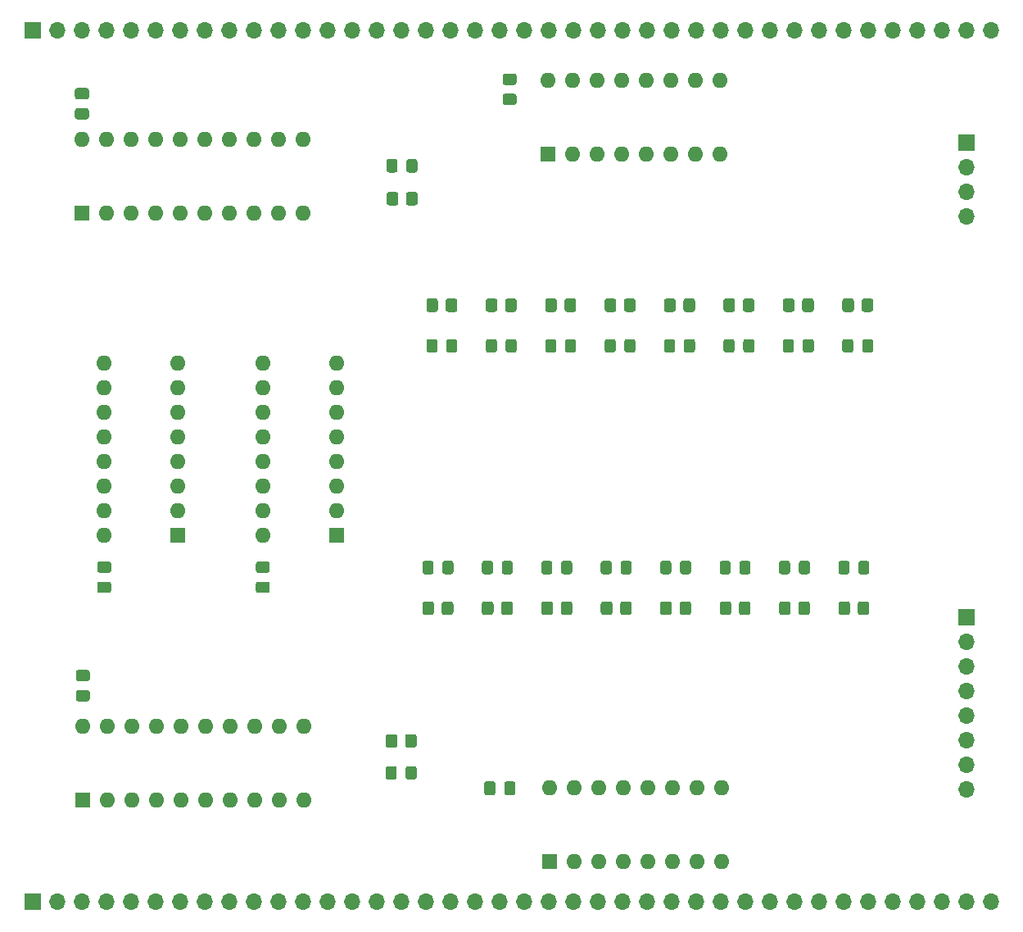
<source format=gts>
G04 #@! TF.GenerationSoftware,KiCad,Pcbnew,(5.1.9)-1*
G04 #@! TF.CreationDate,2022-07-23T11:43:12-04:00*
G04 #@! TF.ProjectId,d-register,642d7265-6769-4737-9465-722e6b696361,2.0*
G04 #@! TF.SameCoordinates,Original*
G04 #@! TF.FileFunction,Soldermask,Top*
G04 #@! TF.FilePolarity,Negative*
%FSLAX46Y46*%
G04 Gerber Fmt 4.6, Leading zero omitted, Abs format (unit mm)*
G04 Created by KiCad (PCBNEW (5.1.9)-1) date 2022-07-23 11:43:12*
%MOMM*%
%LPD*%
G01*
G04 APERTURE LIST*
%ADD10O,1.700000X1.700000*%
%ADD11R,1.700000X1.700000*%
%ADD12O,1.600000X1.600000*%
%ADD13R,1.600000X1.600000*%
G04 APERTURE END LIST*
D10*
X182900000Y-65220000D03*
X182900000Y-62680000D03*
X182900000Y-60140000D03*
D11*
X182900000Y-57600000D03*
D12*
X91500000Y-57280000D03*
X114360000Y-64900000D03*
X94040000Y-57280000D03*
X111820000Y-64900000D03*
X96580000Y-57280000D03*
X109280000Y-64900000D03*
X99120000Y-57280000D03*
X106740000Y-64900000D03*
X101660000Y-57280000D03*
X104200000Y-64900000D03*
X104200000Y-57280000D03*
X101660000Y-64900000D03*
X106740000Y-57280000D03*
X99120000Y-64900000D03*
X109280000Y-57280000D03*
X96580000Y-64900000D03*
X111820000Y-57280000D03*
X94040000Y-64900000D03*
X114360000Y-57280000D03*
D13*
X91500000Y-64900000D03*
G36*
G01*
X124900000Y-119850001D02*
X124900000Y-118949999D01*
G75*
G02*
X125149999Y-118700000I249999J0D01*
G01*
X125850001Y-118700000D01*
G75*
G02*
X126100000Y-118949999I0J-249999D01*
G01*
X126100000Y-119850001D01*
G75*
G02*
X125850001Y-120100000I-249999J0D01*
G01*
X125149999Y-120100000D01*
G75*
G02*
X124900000Y-119850001I0J249999D01*
G01*
G37*
G36*
G01*
X122900000Y-119850001D02*
X122900000Y-118949999D01*
G75*
G02*
X123149999Y-118700000I249999J0D01*
G01*
X123850001Y-118700000D01*
G75*
G02*
X124100000Y-118949999I0J-249999D01*
G01*
X124100000Y-119850001D01*
G75*
G02*
X123850001Y-120100000I-249999J0D01*
G01*
X123149999Y-120100000D01*
G75*
G02*
X122900000Y-119850001I0J249999D01*
G01*
G37*
G36*
G01*
X124950000Y-123150001D02*
X124950000Y-122249999D01*
G75*
G02*
X125199999Y-122000000I249999J0D01*
G01*
X125850001Y-122000000D01*
G75*
G02*
X126100000Y-122249999I0J-249999D01*
G01*
X126100000Y-123150001D01*
G75*
G02*
X125850001Y-123400000I-249999J0D01*
G01*
X125199999Y-123400000D01*
G75*
G02*
X124950000Y-123150001I0J249999D01*
G01*
G37*
G36*
G01*
X122900000Y-123150001D02*
X122900000Y-122249999D01*
G75*
G02*
X123149999Y-122000000I249999J0D01*
G01*
X123800001Y-122000000D01*
G75*
G02*
X124050000Y-122249999I0J-249999D01*
G01*
X124050000Y-123150001D01*
G75*
G02*
X123800001Y-123400000I-249999J0D01*
G01*
X123149999Y-123400000D01*
G75*
G02*
X122900000Y-123150001I0J249999D01*
G01*
G37*
G36*
G01*
X125000000Y-63850001D02*
X125000000Y-62949999D01*
G75*
G02*
X125249999Y-62700000I249999J0D01*
G01*
X125950001Y-62700000D01*
G75*
G02*
X126200000Y-62949999I0J-249999D01*
G01*
X126200000Y-63850001D01*
G75*
G02*
X125950001Y-64100000I-249999J0D01*
G01*
X125249999Y-64100000D01*
G75*
G02*
X125000000Y-63850001I0J249999D01*
G01*
G37*
G36*
G01*
X123000000Y-63850001D02*
X123000000Y-62949999D01*
G75*
G02*
X123249999Y-62700000I249999J0D01*
G01*
X123950001Y-62700000D01*
G75*
G02*
X124200000Y-62949999I0J-249999D01*
G01*
X124200000Y-63850001D01*
G75*
G02*
X123950001Y-64100000I-249999J0D01*
G01*
X123249999Y-64100000D01*
G75*
G02*
X123000000Y-63850001I0J249999D01*
G01*
G37*
G36*
G01*
X125025000Y-60450001D02*
X125025000Y-59549999D01*
G75*
G02*
X125274999Y-59300000I249999J0D01*
G01*
X125925001Y-59300000D01*
G75*
G02*
X126175000Y-59549999I0J-249999D01*
G01*
X126175000Y-60450001D01*
G75*
G02*
X125925001Y-60700000I-249999J0D01*
G01*
X125274999Y-60700000D01*
G75*
G02*
X125025000Y-60450001I0J249999D01*
G01*
G37*
G36*
G01*
X122975000Y-60450001D02*
X122975000Y-59549999D01*
G75*
G02*
X123224999Y-59300000I249999J0D01*
G01*
X123875001Y-59300000D01*
G75*
G02*
X124125000Y-59549999I0J-249999D01*
G01*
X124125000Y-60450001D01*
G75*
G02*
X123875001Y-60700000I-249999J0D01*
G01*
X123224999Y-60700000D01*
G75*
G02*
X122975000Y-60450001I0J249999D01*
G01*
G37*
D12*
X93780000Y-98200000D03*
X101400000Y-80420000D03*
X93780000Y-95660000D03*
X101400000Y-82960000D03*
X93780000Y-93120000D03*
X101400000Y-85500000D03*
X93780000Y-90580000D03*
X101400000Y-88040000D03*
X93780000Y-88040000D03*
X101400000Y-90580000D03*
X93780000Y-85500000D03*
X101400000Y-93120000D03*
X93780000Y-82960000D03*
X101400000Y-95660000D03*
X93780000Y-80420000D03*
D13*
X101400000Y-98200000D03*
D12*
X110180000Y-98200000D03*
X117800000Y-80420000D03*
X110180000Y-95660000D03*
X117800000Y-82960000D03*
X110180000Y-93120000D03*
X117800000Y-85500000D03*
X110180000Y-90580000D03*
X117800000Y-88040000D03*
X110180000Y-88040000D03*
X117800000Y-90580000D03*
X110180000Y-85500000D03*
X117800000Y-93120000D03*
X110180000Y-82960000D03*
X117800000Y-95660000D03*
X110180000Y-80420000D03*
D13*
X117800000Y-98200000D03*
D10*
X182900000Y-124380000D03*
X182900000Y-121840000D03*
X182900000Y-119300000D03*
X182900000Y-116760000D03*
X182900000Y-114220000D03*
X182900000Y-111680000D03*
X182900000Y-109140000D03*
D11*
X182900000Y-106600000D03*
D12*
X139800000Y-124280000D03*
X157580000Y-131900000D03*
X142340000Y-124280000D03*
X155040000Y-131900000D03*
X144880000Y-124280000D03*
X152500000Y-131900000D03*
X147420000Y-124280000D03*
X149960000Y-131900000D03*
X149960000Y-124280000D03*
X147420000Y-131900000D03*
X152500000Y-124280000D03*
X144880000Y-131900000D03*
X155040000Y-124280000D03*
X142340000Y-131900000D03*
X157580000Y-124280000D03*
D13*
X139800000Y-131900000D03*
D12*
X139700000Y-51180000D03*
X157480000Y-58800000D03*
X142240000Y-51180000D03*
X154940000Y-58800000D03*
X144780000Y-51180000D03*
X152400000Y-58800000D03*
X147320000Y-51180000D03*
X149860000Y-58800000D03*
X149860000Y-51180000D03*
X147320000Y-58800000D03*
X152400000Y-51180000D03*
X144780000Y-58800000D03*
X154940000Y-51180000D03*
X142240000Y-58800000D03*
X157480000Y-51180000D03*
D13*
X139700000Y-58800000D03*
G36*
G01*
X94275000Y-102050000D02*
X93325000Y-102050000D01*
G75*
G02*
X93075000Y-101800000I0J250000D01*
G01*
X93075000Y-101125000D01*
G75*
G02*
X93325000Y-100875000I250000J0D01*
G01*
X94275000Y-100875000D01*
G75*
G02*
X94525000Y-101125000I0J-250000D01*
G01*
X94525000Y-101800000D01*
G75*
G02*
X94275000Y-102050000I-250000J0D01*
G01*
G37*
G36*
G01*
X94275000Y-104125000D02*
X93325000Y-104125000D01*
G75*
G02*
X93075000Y-103875000I0J250000D01*
G01*
X93075000Y-103200000D01*
G75*
G02*
X93325000Y-102950000I250000J0D01*
G01*
X94275000Y-102950000D01*
G75*
G02*
X94525000Y-103200000I0J-250000D01*
G01*
X94525000Y-103875000D01*
G75*
G02*
X94275000Y-104125000I-250000J0D01*
G01*
G37*
G36*
G01*
X110675000Y-102050000D02*
X109725000Y-102050000D01*
G75*
G02*
X109475000Y-101800000I0J250000D01*
G01*
X109475000Y-101125000D01*
G75*
G02*
X109725000Y-100875000I250000J0D01*
G01*
X110675000Y-100875000D01*
G75*
G02*
X110925000Y-101125000I0J-250000D01*
G01*
X110925000Y-101800000D01*
G75*
G02*
X110675000Y-102050000I-250000J0D01*
G01*
G37*
G36*
G01*
X110675000Y-104125000D02*
X109725000Y-104125000D01*
G75*
G02*
X109475000Y-103875000I0J250000D01*
G01*
X109475000Y-103200000D01*
G75*
G02*
X109725000Y-102950000I250000J0D01*
G01*
X110675000Y-102950000D01*
G75*
G02*
X110925000Y-103200000I0J-250000D01*
G01*
X110925000Y-103875000D01*
G75*
G02*
X110675000Y-104125000I-250000J0D01*
G01*
G37*
G36*
G01*
X91025000Y-54050000D02*
X91975000Y-54050000D01*
G75*
G02*
X92225000Y-54300000I0J-250000D01*
G01*
X92225000Y-54975000D01*
G75*
G02*
X91975000Y-55225000I-250000J0D01*
G01*
X91025000Y-55225000D01*
G75*
G02*
X90775000Y-54975000I0J250000D01*
G01*
X90775000Y-54300000D01*
G75*
G02*
X91025000Y-54050000I250000J0D01*
G01*
G37*
G36*
G01*
X91025000Y-51975000D02*
X91975000Y-51975000D01*
G75*
G02*
X92225000Y-52225000I0J-250000D01*
G01*
X92225000Y-52900000D01*
G75*
G02*
X91975000Y-53150000I-250000J0D01*
G01*
X91025000Y-53150000D01*
G75*
G02*
X90775000Y-52900000I0J250000D01*
G01*
X90775000Y-52225000D01*
G75*
G02*
X91025000Y-51975000I250000J0D01*
G01*
G37*
G36*
G01*
X91125000Y-114150000D02*
X92075000Y-114150000D01*
G75*
G02*
X92325000Y-114400000I0J-250000D01*
G01*
X92325000Y-115075000D01*
G75*
G02*
X92075000Y-115325000I-250000J0D01*
G01*
X91125000Y-115325000D01*
G75*
G02*
X90875000Y-115075000I0J250000D01*
G01*
X90875000Y-114400000D01*
G75*
G02*
X91125000Y-114150000I250000J0D01*
G01*
G37*
G36*
G01*
X91125000Y-112075000D02*
X92075000Y-112075000D01*
G75*
G02*
X92325000Y-112325000I0J-250000D01*
G01*
X92325000Y-113000000D01*
G75*
G02*
X92075000Y-113250000I-250000J0D01*
G01*
X91125000Y-113250000D01*
G75*
G02*
X90875000Y-113000000I0J250000D01*
G01*
X90875000Y-112325000D01*
G75*
G02*
X91125000Y-112075000I250000J0D01*
G01*
G37*
G36*
G01*
X136175000Y-51650000D02*
X135225000Y-51650000D01*
G75*
G02*
X134975000Y-51400000I0J250000D01*
G01*
X134975000Y-50725000D01*
G75*
G02*
X135225000Y-50475000I250000J0D01*
G01*
X136175000Y-50475000D01*
G75*
G02*
X136425000Y-50725000I0J-250000D01*
G01*
X136425000Y-51400000D01*
G75*
G02*
X136175000Y-51650000I-250000J0D01*
G01*
G37*
G36*
G01*
X136175000Y-53725000D02*
X135225000Y-53725000D01*
G75*
G02*
X134975000Y-53475000I0J250000D01*
G01*
X134975000Y-52800000D01*
G75*
G02*
X135225000Y-52550000I250000J0D01*
G01*
X136175000Y-52550000D01*
G75*
G02*
X136425000Y-52800000I0J-250000D01*
G01*
X136425000Y-53475000D01*
G75*
G02*
X136175000Y-53725000I-250000J0D01*
G01*
G37*
G36*
G01*
X135150000Y-124775000D02*
X135150000Y-123825000D01*
G75*
G02*
X135400000Y-123575000I250000J0D01*
G01*
X136075000Y-123575000D01*
G75*
G02*
X136325000Y-123825000I0J-250000D01*
G01*
X136325000Y-124775000D01*
G75*
G02*
X136075000Y-125025000I-250000J0D01*
G01*
X135400000Y-125025000D01*
G75*
G02*
X135150000Y-124775000I0J250000D01*
G01*
G37*
G36*
G01*
X133075000Y-124775000D02*
X133075000Y-123825000D01*
G75*
G02*
X133325000Y-123575000I250000J0D01*
G01*
X134000000Y-123575000D01*
G75*
G02*
X134250000Y-123825000I0J-250000D01*
G01*
X134250000Y-124775000D01*
G75*
G02*
X134000000Y-125025000I-250000J0D01*
G01*
X133325000Y-125025000D01*
G75*
G02*
X133075000Y-124775000I0J250000D01*
G01*
G37*
D12*
X91600000Y-117880000D03*
X114460000Y-125500000D03*
X94140000Y-117880000D03*
X111920000Y-125500000D03*
X96680000Y-117880000D03*
X109380000Y-125500000D03*
X99220000Y-117880000D03*
X106840000Y-125500000D03*
X101760000Y-117880000D03*
X104300000Y-125500000D03*
X104300000Y-117880000D03*
X101760000Y-125500000D03*
X106840000Y-117880000D03*
X99220000Y-125500000D03*
X109380000Y-117880000D03*
X96680000Y-125500000D03*
X111920000Y-117880000D03*
X94140000Y-125500000D03*
X114460000Y-117880000D03*
D13*
X91600000Y-125500000D03*
G36*
G01*
X129100000Y-74850001D02*
X129100000Y-73949999D01*
G75*
G02*
X129349999Y-73700000I249999J0D01*
G01*
X130050001Y-73700000D01*
G75*
G02*
X130300000Y-73949999I0J-249999D01*
G01*
X130300000Y-74850001D01*
G75*
G02*
X130050001Y-75100000I-249999J0D01*
G01*
X129349999Y-75100000D01*
G75*
G02*
X129100000Y-74850001I0J249999D01*
G01*
G37*
G36*
G01*
X127100000Y-74850001D02*
X127100000Y-73949999D01*
G75*
G02*
X127349999Y-73700000I249999J0D01*
G01*
X128050001Y-73700000D01*
G75*
G02*
X128300000Y-73949999I0J-249999D01*
G01*
X128300000Y-74850001D01*
G75*
G02*
X128050001Y-75100000I-249999J0D01*
G01*
X127349999Y-75100000D01*
G75*
G02*
X127100000Y-74850001I0J249999D01*
G01*
G37*
G36*
G01*
X135242857Y-74850001D02*
X135242857Y-73949999D01*
G75*
G02*
X135492856Y-73700000I249999J0D01*
G01*
X136192858Y-73700000D01*
G75*
G02*
X136442857Y-73949999I0J-249999D01*
G01*
X136442857Y-74850001D01*
G75*
G02*
X136192858Y-75100000I-249999J0D01*
G01*
X135492856Y-75100000D01*
G75*
G02*
X135242857Y-74850001I0J249999D01*
G01*
G37*
G36*
G01*
X133242857Y-74850001D02*
X133242857Y-73949999D01*
G75*
G02*
X133492856Y-73700000I249999J0D01*
G01*
X134192858Y-73700000D01*
G75*
G02*
X134442857Y-73949999I0J-249999D01*
G01*
X134442857Y-74850001D01*
G75*
G02*
X134192858Y-75100000I-249999J0D01*
G01*
X133492856Y-75100000D01*
G75*
G02*
X133242857Y-74850001I0J249999D01*
G01*
G37*
G36*
G01*
X141385714Y-74850001D02*
X141385714Y-73949999D01*
G75*
G02*
X141635713Y-73700000I249999J0D01*
G01*
X142335715Y-73700000D01*
G75*
G02*
X142585714Y-73949999I0J-249999D01*
G01*
X142585714Y-74850001D01*
G75*
G02*
X142335715Y-75100000I-249999J0D01*
G01*
X141635713Y-75100000D01*
G75*
G02*
X141385714Y-74850001I0J249999D01*
G01*
G37*
G36*
G01*
X139385714Y-74850001D02*
X139385714Y-73949999D01*
G75*
G02*
X139635713Y-73700000I249999J0D01*
G01*
X140335715Y-73700000D01*
G75*
G02*
X140585714Y-73949999I0J-249999D01*
G01*
X140585714Y-74850001D01*
G75*
G02*
X140335715Y-75100000I-249999J0D01*
G01*
X139635713Y-75100000D01*
G75*
G02*
X139385714Y-74850001I0J249999D01*
G01*
G37*
G36*
G01*
X147528571Y-74850001D02*
X147528571Y-73949999D01*
G75*
G02*
X147778570Y-73700000I249999J0D01*
G01*
X148478572Y-73700000D01*
G75*
G02*
X148728571Y-73949999I0J-249999D01*
G01*
X148728571Y-74850001D01*
G75*
G02*
X148478572Y-75100000I-249999J0D01*
G01*
X147778570Y-75100000D01*
G75*
G02*
X147528571Y-74850001I0J249999D01*
G01*
G37*
G36*
G01*
X145528571Y-74850001D02*
X145528571Y-73949999D01*
G75*
G02*
X145778570Y-73700000I249999J0D01*
G01*
X146478572Y-73700000D01*
G75*
G02*
X146728571Y-73949999I0J-249999D01*
G01*
X146728571Y-74850001D01*
G75*
G02*
X146478572Y-75100000I-249999J0D01*
G01*
X145778570Y-75100000D01*
G75*
G02*
X145528571Y-74850001I0J249999D01*
G01*
G37*
G36*
G01*
X153671428Y-74850001D02*
X153671428Y-73949999D01*
G75*
G02*
X153921427Y-73700000I249999J0D01*
G01*
X154621429Y-73700000D01*
G75*
G02*
X154871428Y-73949999I0J-249999D01*
G01*
X154871428Y-74850001D01*
G75*
G02*
X154621429Y-75100000I-249999J0D01*
G01*
X153921427Y-75100000D01*
G75*
G02*
X153671428Y-74850001I0J249999D01*
G01*
G37*
G36*
G01*
X151671428Y-74850001D02*
X151671428Y-73949999D01*
G75*
G02*
X151921427Y-73700000I249999J0D01*
G01*
X152621429Y-73700000D01*
G75*
G02*
X152871428Y-73949999I0J-249999D01*
G01*
X152871428Y-74850001D01*
G75*
G02*
X152621429Y-75100000I-249999J0D01*
G01*
X151921427Y-75100000D01*
G75*
G02*
X151671428Y-74850001I0J249999D01*
G01*
G37*
G36*
G01*
X159814285Y-74850001D02*
X159814285Y-73949999D01*
G75*
G02*
X160064284Y-73700000I249999J0D01*
G01*
X160764286Y-73700000D01*
G75*
G02*
X161014285Y-73949999I0J-249999D01*
G01*
X161014285Y-74850001D01*
G75*
G02*
X160764286Y-75100000I-249999J0D01*
G01*
X160064284Y-75100000D01*
G75*
G02*
X159814285Y-74850001I0J249999D01*
G01*
G37*
G36*
G01*
X157814285Y-74850001D02*
X157814285Y-73949999D01*
G75*
G02*
X158064284Y-73700000I249999J0D01*
G01*
X158764286Y-73700000D01*
G75*
G02*
X159014285Y-73949999I0J-249999D01*
G01*
X159014285Y-74850001D01*
G75*
G02*
X158764286Y-75100000I-249999J0D01*
G01*
X158064284Y-75100000D01*
G75*
G02*
X157814285Y-74850001I0J249999D01*
G01*
G37*
G36*
G01*
X165957142Y-74850001D02*
X165957142Y-73949999D01*
G75*
G02*
X166207141Y-73700000I249999J0D01*
G01*
X166907143Y-73700000D01*
G75*
G02*
X167157142Y-73949999I0J-249999D01*
G01*
X167157142Y-74850001D01*
G75*
G02*
X166907143Y-75100000I-249999J0D01*
G01*
X166207141Y-75100000D01*
G75*
G02*
X165957142Y-74850001I0J249999D01*
G01*
G37*
G36*
G01*
X163957142Y-74850001D02*
X163957142Y-73949999D01*
G75*
G02*
X164207141Y-73700000I249999J0D01*
G01*
X164907143Y-73700000D01*
G75*
G02*
X165157142Y-73949999I0J-249999D01*
G01*
X165157142Y-74850001D01*
G75*
G02*
X164907143Y-75100000I-249999J0D01*
G01*
X164207141Y-75100000D01*
G75*
G02*
X163957142Y-74850001I0J249999D01*
G01*
G37*
G36*
G01*
X172100000Y-74850001D02*
X172100000Y-73949999D01*
G75*
G02*
X172349999Y-73700000I249999J0D01*
G01*
X173050001Y-73700000D01*
G75*
G02*
X173300000Y-73949999I0J-249999D01*
G01*
X173300000Y-74850001D01*
G75*
G02*
X173050001Y-75100000I-249999J0D01*
G01*
X172349999Y-75100000D01*
G75*
G02*
X172100000Y-74850001I0J249999D01*
G01*
G37*
G36*
G01*
X170100000Y-74850001D02*
X170100000Y-73949999D01*
G75*
G02*
X170349999Y-73700000I249999J0D01*
G01*
X171050001Y-73700000D01*
G75*
G02*
X171300000Y-73949999I0J-249999D01*
G01*
X171300000Y-74850001D01*
G75*
G02*
X171050001Y-75100000I-249999J0D01*
G01*
X170349999Y-75100000D01*
G75*
G02*
X170100000Y-74850001I0J249999D01*
G01*
G37*
G36*
G01*
X128700000Y-106150001D02*
X128700000Y-105249999D01*
G75*
G02*
X128949999Y-105000000I249999J0D01*
G01*
X129650001Y-105000000D01*
G75*
G02*
X129900000Y-105249999I0J-249999D01*
G01*
X129900000Y-106150001D01*
G75*
G02*
X129650001Y-106400000I-249999J0D01*
G01*
X128949999Y-106400000D01*
G75*
G02*
X128700000Y-106150001I0J249999D01*
G01*
G37*
G36*
G01*
X126700000Y-106150001D02*
X126700000Y-105249999D01*
G75*
G02*
X126949999Y-105000000I249999J0D01*
G01*
X127650001Y-105000000D01*
G75*
G02*
X127900000Y-105249999I0J-249999D01*
G01*
X127900000Y-106150001D01*
G75*
G02*
X127650001Y-106400000I-249999J0D01*
G01*
X126949999Y-106400000D01*
G75*
G02*
X126700000Y-106150001I0J249999D01*
G01*
G37*
G36*
G01*
X134842857Y-106150001D02*
X134842857Y-105249999D01*
G75*
G02*
X135092856Y-105000000I249999J0D01*
G01*
X135792858Y-105000000D01*
G75*
G02*
X136042857Y-105249999I0J-249999D01*
G01*
X136042857Y-106150001D01*
G75*
G02*
X135792858Y-106400000I-249999J0D01*
G01*
X135092856Y-106400000D01*
G75*
G02*
X134842857Y-106150001I0J249999D01*
G01*
G37*
G36*
G01*
X132842857Y-106150001D02*
X132842857Y-105249999D01*
G75*
G02*
X133092856Y-105000000I249999J0D01*
G01*
X133792858Y-105000000D01*
G75*
G02*
X134042857Y-105249999I0J-249999D01*
G01*
X134042857Y-106150001D01*
G75*
G02*
X133792858Y-106400000I-249999J0D01*
G01*
X133092856Y-106400000D01*
G75*
G02*
X132842857Y-106150001I0J249999D01*
G01*
G37*
G36*
G01*
X140985714Y-106150001D02*
X140985714Y-105249999D01*
G75*
G02*
X141235713Y-105000000I249999J0D01*
G01*
X141935715Y-105000000D01*
G75*
G02*
X142185714Y-105249999I0J-249999D01*
G01*
X142185714Y-106150001D01*
G75*
G02*
X141935715Y-106400000I-249999J0D01*
G01*
X141235713Y-106400000D01*
G75*
G02*
X140985714Y-106150001I0J249999D01*
G01*
G37*
G36*
G01*
X138985714Y-106150001D02*
X138985714Y-105249999D01*
G75*
G02*
X139235713Y-105000000I249999J0D01*
G01*
X139935715Y-105000000D01*
G75*
G02*
X140185714Y-105249999I0J-249999D01*
G01*
X140185714Y-106150001D01*
G75*
G02*
X139935715Y-106400000I-249999J0D01*
G01*
X139235713Y-106400000D01*
G75*
G02*
X138985714Y-106150001I0J249999D01*
G01*
G37*
G36*
G01*
X147128571Y-106150001D02*
X147128571Y-105249999D01*
G75*
G02*
X147378570Y-105000000I249999J0D01*
G01*
X148078572Y-105000000D01*
G75*
G02*
X148328571Y-105249999I0J-249999D01*
G01*
X148328571Y-106150001D01*
G75*
G02*
X148078572Y-106400000I-249999J0D01*
G01*
X147378570Y-106400000D01*
G75*
G02*
X147128571Y-106150001I0J249999D01*
G01*
G37*
G36*
G01*
X145128571Y-106150001D02*
X145128571Y-105249999D01*
G75*
G02*
X145378570Y-105000000I249999J0D01*
G01*
X146078572Y-105000000D01*
G75*
G02*
X146328571Y-105249999I0J-249999D01*
G01*
X146328571Y-106150001D01*
G75*
G02*
X146078572Y-106400000I-249999J0D01*
G01*
X145378570Y-106400000D01*
G75*
G02*
X145128571Y-106150001I0J249999D01*
G01*
G37*
G36*
G01*
X153271428Y-106150001D02*
X153271428Y-105249999D01*
G75*
G02*
X153521427Y-105000000I249999J0D01*
G01*
X154221429Y-105000000D01*
G75*
G02*
X154471428Y-105249999I0J-249999D01*
G01*
X154471428Y-106150001D01*
G75*
G02*
X154221429Y-106400000I-249999J0D01*
G01*
X153521427Y-106400000D01*
G75*
G02*
X153271428Y-106150001I0J249999D01*
G01*
G37*
G36*
G01*
X151271428Y-106150001D02*
X151271428Y-105249999D01*
G75*
G02*
X151521427Y-105000000I249999J0D01*
G01*
X152221429Y-105000000D01*
G75*
G02*
X152471428Y-105249999I0J-249999D01*
G01*
X152471428Y-106150001D01*
G75*
G02*
X152221429Y-106400000I-249999J0D01*
G01*
X151521427Y-106400000D01*
G75*
G02*
X151271428Y-106150001I0J249999D01*
G01*
G37*
G36*
G01*
X159414285Y-106150001D02*
X159414285Y-105249999D01*
G75*
G02*
X159664284Y-105000000I249999J0D01*
G01*
X160364286Y-105000000D01*
G75*
G02*
X160614285Y-105249999I0J-249999D01*
G01*
X160614285Y-106150001D01*
G75*
G02*
X160364286Y-106400000I-249999J0D01*
G01*
X159664284Y-106400000D01*
G75*
G02*
X159414285Y-106150001I0J249999D01*
G01*
G37*
G36*
G01*
X157414285Y-106150001D02*
X157414285Y-105249999D01*
G75*
G02*
X157664284Y-105000000I249999J0D01*
G01*
X158364286Y-105000000D01*
G75*
G02*
X158614285Y-105249999I0J-249999D01*
G01*
X158614285Y-106150001D01*
G75*
G02*
X158364286Y-106400000I-249999J0D01*
G01*
X157664284Y-106400000D01*
G75*
G02*
X157414285Y-106150001I0J249999D01*
G01*
G37*
G36*
G01*
X165557142Y-106150001D02*
X165557142Y-105249999D01*
G75*
G02*
X165807141Y-105000000I249999J0D01*
G01*
X166507143Y-105000000D01*
G75*
G02*
X166757142Y-105249999I0J-249999D01*
G01*
X166757142Y-106150001D01*
G75*
G02*
X166507143Y-106400000I-249999J0D01*
G01*
X165807141Y-106400000D01*
G75*
G02*
X165557142Y-106150001I0J249999D01*
G01*
G37*
G36*
G01*
X163557142Y-106150001D02*
X163557142Y-105249999D01*
G75*
G02*
X163807141Y-105000000I249999J0D01*
G01*
X164507143Y-105000000D01*
G75*
G02*
X164757142Y-105249999I0J-249999D01*
G01*
X164757142Y-106150001D01*
G75*
G02*
X164507143Y-106400000I-249999J0D01*
G01*
X163807141Y-106400000D01*
G75*
G02*
X163557142Y-106150001I0J249999D01*
G01*
G37*
G36*
G01*
X171700000Y-106150001D02*
X171700000Y-105249999D01*
G75*
G02*
X171949999Y-105000000I249999J0D01*
G01*
X172650001Y-105000000D01*
G75*
G02*
X172900000Y-105249999I0J-249999D01*
G01*
X172900000Y-106150001D01*
G75*
G02*
X172650001Y-106400000I-249999J0D01*
G01*
X171949999Y-106400000D01*
G75*
G02*
X171700000Y-106150001I0J249999D01*
G01*
G37*
G36*
G01*
X169700000Y-106150001D02*
X169700000Y-105249999D01*
G75*
G02*
X169949999Y-105000000I249999J0D01*
G01*
X170650001Y-105000000D01*
G75*
G02*
X170900000Y-105249999I0J-249999D01*
G01*
X170900000Y-106150001D01*
G75*
G02*
X170650001Y-106400000I-249999J0D01*
G01*
X169949999Y-106400000D01*
G75*
G02*
X169700000Y-106150001I0J249999D01*
G01*
G37*
G36*
G01*
X128250000Y-78149999D02*
X128250000Y-79050001D01*
G75*
G02*
X128000001Y-79300000I-249999J0D01*
G01*
X127349999Y-79300000D01*
G75*
G02*
X127100000Y-79050001I0J249999D01*
G01*
X127100000Y-78149999D01*
G75*
G02*
X127349999Y-77900000I249999J0D01*
G01*
X128000001Y-77900000D01*
G75*
G02*
X128250000Y-78149999I0J-249999D01*
G01*
G37*
G36*
G01*
X130300000Y-78149999D02*
X130300000Y-79050001D01*
G75*
G02*
X130050001Y-79300000I-249999J0D01*
G01*
X129399999Y-79300000D01*
G75*
G02*
X129150000Y-79050001I0J249999D01*
G01*
X129150000Y-78149999D01*
G75*
G02*
X129399999Y-77900000I249999J0D01*
G01*
X130050001Y-77900000D01*
G75*
G02*
X130300000Y-78149999I0J-249999D01*
G01*
G37*
G36*
G01*
X134392857Y-78149999D02*
X134392857Y-79050001D01*
G75*
G02*
X134142858Y-79300000I-249999J0D01*
G01*
X133492856Y-79300000D01*
G75*
G02*
X133242857Y-79050001I0J249999D01*
G01*
X133242857Y-78149999D01*
G75*
G02*
X133492856Y-77900000I249999J0D01*
G01*
X134142858Y-77900000D01*
G75*
G02*
X134392857Y-78149999I0J-249999D01*
G01*
G37*
G36*
G01*
X136442857Y-78149999D02*
X136442857Y-79050001D01*
G75*
G02*
X136192858Y-79300000I-249999J0D01*
G01*
X135542856Y-79300000D01*
G75*
G02*
X135292857Y-79050001I0J249999D01*
G01*
X135292857Y-78149999D01*
G75*
G02*
X135542856Y-77900000I249999J0D01*
G01*
X136192858Y-77900000D01*
G75*
G02*
X136442857Y-78149999I0J-249999D01*
G01*
G37*
G36*
G01*
X140535714Y-78149999D02*
X140535714Y-79050001D01*
G75*
G02*
X140285715Y-79300000I-249999J0D01*
G01*
X139635713Y-79300000D01*
G75*
G02*
X139385714Y-79050001I0J249999D01*
G01*
X139385714Y-78149999D01*
G75*
G02*
X139635713Y-77900000I249999J0D01*
G01*
X140285715Y-77900000D01*
G75*
G02*
X140535714Y-78149999I0J-249999D01*
G01*
G37*
G36*
G01*
X142585714Y-78149999D02*
X142585714Y-79050001D01*
G75*
G02*
X142335715Y-79300000I-249999J0D01*
G01*
X141685713Y-79300000D01*
G75*
G02*
X141435714Y-79050001I0J249999D01*
G01*
X141435714Y-78149999D01*
G75*
G02*
X141685713Y-77900000I249999J0D01*
G01*
X142335715Y-77900000D01*
G75*
G02*
X142585714Y-78149999I0J-249999D01*
G01*
G37*
G36*
G01*
X146678571Y-78149999D02*
X146678571Y-79050001D01*
G75*
G02*
X146428572Y-79300000I-249999J0D01*
G01*
X145778570Y-79300000D01*
G75*
G02*
X145528571Y-79050001I0J249999D01*
G01*
X145528571Y-78149999D01*
G75*
G02*
X145778570Y-77900000I249999J0D01*
G01*
X146428572Y-77900000D01*
G75*
G02*
X146678571Y-78149999I0J-249999D01*
G01*
G37*
G36*
G01*
X148728571Y-78149999D02*
X148728571Y-79050001D01*
G75*
G02*
X148478572Y-79300000I-249999J0D01*
G01*
X147828570Y-79300000D01*
G75*
G02*
X147578571Y-79050001I0J249999D01*
G01*
X147578571Y-78149999D01*
G75*
G02*
X147828570Y-77900000I249999J0D01*
G01*
X148478572Y-77900000D01*
G75*
G02*
X148728571Y-78149999I0J-249999D01*
G01*
G37*
G36*
G01*
X152821428Y-78149999D02*
X152821428Y-79050001D01*
G75*
G02*
X152571429Y-79300000I-249999J0D01*
G01*
X151921427Y-79300000D01*
G75*
G02*
X151671428Y-79050001I0J249999D01*
G01*
X151671428Y-78149999D01*
G75*
G02*
X151921427Y-77900000I249999J0D01*
G01*
X152571429Y-77900000D01*
G75*
G02*
X152821428Y-78149999I0J-249999D01*
G01*
G37*
G36*
G01*
X154871428Y-78149999D02*
X154871428Y-79050001D01*
G75*
G02*
X154621429Y-79300000I-249999J0D01*
G01*
X153971427Y-79300000D01*
G75*
G02*
X153721428Y-79050001I0J249999D01*
G01*
X153721428Y-78149999D01*
G75*
G02*
X153971427Y-77900000I249999J0D01*
G01*
X154621429Y-77900000D01*
G75*
G02*
X154871428Y-78149999I0J-249999D01*
G01*
G37*
G36*
G01*
X158964285Y-78149999D02*
X158964285Y-79050001D01*
G75*
G02*
X158714286Y-79300000I-249999J0D01*
G01*
X158064284Y-79300000D01*
G75*
G02*
X157814285Y-79050001I0J249999D01*
G01*
X157814285Y-78149999D01*
G75*
G02*
X158064284Y-77900000I249999J0D01*
G01*
X158714286Y-77900000D01*
G75*
G02*
X158964285Y-78149999I0J-249999D01*
G01*
G37*
G36*
G01*
X161014285Y-78149999D02*
X161014285Y-79050001D01*
G75*
G02*
X160764286Y-79300000I-249999J0D01*
G01*
X160114284Y-79300000D01*
G75*
G02*
X159864285Y-79050001I0J249999D01*
G01*
X159864285Y-78149999D01*
G75*
G02*
X160114284Y-77900000I249999J0D01*
G01*
X160764286Y-77900000D01*
G75*
G02*
X161014285Y-78149999I0J-249999D01*
G01*
G37*
G36*
G01*
X165107142Y-78149999D02*
X165107142Y-79050001D01*
G75*
G02*
X164857143Y-79300000I-249999J0D01*
G01*
X164207141Y-79300000D01*
G75*
G02*
X163957142Y-79050001I0J249999D01*
G01*
X163957142Y-78149999D01*
G75*
G02*
X164207141Y-77900000I249999J0D01*
G01*
X164857143Y-77900000D01*
G75*
G02*
X165107142Y-78149999I0J-249999D01*
G01*
G37*
G36*
G01*
X167157142Y-78149999D02*
X167157142Y-79050001D01*
G75*
G02*
X166907143Y-79300000I-249999J0D01*
G01*
X166257141Y-79300000D01*
G75*
G02*
X166007142Y-79050001I0J249999D01*
G01*
X166007142Y-78149999D01*
G75*
G02*
X166257141Y-77900000I249999J0D01*
G01*
X166907143Y-77900000D01*
G75*
G02*
X167157142Y-78149999I0J-249999D01*
G01*
G37*
G36*
G01*
X171250000Y-78149999D02*
X171250000Y-79050001D01*
G75*
G02*
X171000001Y-79300000I-249999J0D01*
G01*
X170349999Y-79300000D01*
G75*
G02*
X170100000Y-79050001I0J249999D01*
G01*
X170100000Y-78149999D01*
G75*
G02*
X170349999Y-77900000I249999J0D01*
G01*
X171000001Y-77900000D01*
G75*
G02*
X171250000Y-78149999I0J-249999D01*
G01*
G37*
G36*
G01*
X173300000Y-78149999D02*
X173300000Y-79050001D01*
G75*
G02*
X173050001Y-79300000I-249999J0D01*
G01*
X172399999Y-79300000D01*
G75*
G02*
X172150000Y-79050001I0J249999D01*
G01*
X172150000Y-78149999D01*
G75*
G02*
X172399999Y-77900000I249999J0D01*
G01*
X173050001Y-77900000D01*
G75*
G02*
X173300000Y-78149999I0J-249999D01*
G01*
G37*
G36*
G01*
X127850000Y-101049999D02*
X127850000Y-101950001D01*
G75*
G02*
X127600001Y-102200000I-249999J0D01*
G01*
X126949999Y-102200000D01*
G75*
G02*
X126700000Y-101950001I0J249999D01*
G01*
X126700000Y-101049999D01*
G75*
G02*
X126949999Y-100800000I249999J0D01*
G01*
X127600001Y-100800000D01*
G75*
G02*
X127850000Y-101049999I0J-249999D01*
G01*
G37*
G36*
G01*
X129900000Y-101049999D02*
X129900000Y-101950001D01*
G75*
G02*
X129650001Y-102200000I-249999J0D01*
G01*
X128999999Y-102200000D01*
G75*
G02*
X128750000Y-101950001I0J249999D01*
G01*
X128750000Y-101049999D01*
G75*
G02*
X128999999Y-100800000I249999J0D01*
G01*
X129650001Y-100800000D01*
G75*
G02*
X129900000Y-101049999I0J-249999D01*
G01*
G37*
G36*
G01*
X133992857Y-101049999D02*
X133992857Y-101950001D01*
G75*
G02*
X133742858Y-102200000I-249999J0D01*
G01*
X133092856Y-102200000D01*
G75*
G02*
X132842857Y-101950001I0J249999D01*
G01*
X132842857Y-101049999D01*
G75*
G02*
X133092856Y-100800000I249999J0D01*
G01*
X133742858Y-100800000D01*
G75*
G02*
X133992857Y-101049999I0J-249999D01*
G01*
G37*
G36*
G01*
X136042857Y-101049999D02*
X136042857Y-101950001D01*
G75*
G02*
X135792858Y-102200000I-249999J0D01*
G01*
X135142856Y-102200000D01*
G75*
G02*
X134892857Y-101950001I0J249999D01*
G01*
X134892857Y-101049999D01*
G75*
G02*
X135142856Y-100800000I249999J0D01*
G01*
X135792858Y-100800000D01*
G75*
G02*
X136042857Y-101049999I0J-249999D01*
G01*
G37*
G36*
G01*
X140135714Y-101049999D02*
X140135714Y-101950001D01*
G75*
G02*
X139885715Y-102200000I-249999J0D01*
G01*
X139235713Y-102200000D01*
G75*
G02*
X138985714Y-101950001I0J249999D01*
G01*
X138985714Y-101049999D01*
G75*
G02*
X139235713Y-100800000I249999J0D01*
G01*
X139885715Y-100800000D01*
G75*
G02*
X140135714Y-101049999I0J-249999D01*
G01*
G37*
G36*
G01*
X142185714Y-101049999D02*
X142185714Y-101950001D01*
G75*
G02*
X141935715Y-102200000I-249999J0D01*
G01*
X141285713Y-102200000D01*
G75*
G02*
X141035714Y-101950001I0J249999D01*
G01*
X141035714Y-101049999D01*
G75*
G02*
X141285713Y-100800000I249999J0D01*
G01*
X141935715Y-100800000D01*
G75*
G02*
X142185714Y-101049999I0J-249999D01*
G01*
G37*
G36*
G01*
X146278571Y-101049999D02*
X146278571Y-101950001D01*
G75*
G02*
X146028572Y-102200000I-249999J0D01*
G01*
X145378570Y-102200000D01*
G75*
G02*
X145128571Y-101950001I0J249999D01*
G01*
X145128571Y-101049999D01*
G75*
G02*
X145378570Y-100800000I249999J0D01*
G01*
X146028572Y-100800000D01*
G75*
G02*
X146278571Y-101049999I0J-249999D01*
G01*
G37*
G36*
G01*
X148328571Y-101049999D02*
X148328571Y-101950001D01*
G75*
G02*
X148078572Y-102200000I-249999J0D01*
G01*
X147428570Y-102200000D01*
G75*
G02*
X147178571Y-101950001I0J249999D01*
G01*
X147178571Y-101049999D01*
G75*
G02*
X147428570Y-100800000I249999J0D01*
G01*
X148078572Y-100800000D01*
G75*
G02*
X148328571Y-101049999I0J-249999D01*
G01*
G37*
G36*
G01*
X152421428Y-101049999D02*
X152421428Y-101950001D01*
G75*
G02*
X152171429Y-102200000I-249999J0D01*
G01*
X151521427Y-102200000D01*
G75*
G02*
X151271428Y-101950001I0J249999D01*
G01*
X151271428Y-101049999D01*
G75*
G02*
X151521427Y-100800000I249999J0D01*
G01*
X152171429Y-100800000D01*
G75*
G02*
X152421428Y-101049999I0J-249999D01*
G01*
G37*
G36*
G01*
X154471428Y-101049999D02*
X154471428Y-101950001D01*
G75*
G02*
X154221429Y-102200000I-249999J0D01*
G01*
X153571427Y-102200000D01*
G75*
G02*
X153321428Y-101950001I0J249999D01*
G01*
X153321428Y-101049999D01*
G75*
G02*
X153571427Y-100800000I249999J0D01*
G01*
X154221429Y-100800000D01*
G75*
G02*
X154471428Y-101049999I0J-249999D01*
G01*
G37*
G36*
G01*
X158564285Y-101049999D02*
X158564285Y-101950001D01*
G75*
G02*
X158314286Y-102200000I-249999J0D01*
G01*
X157664284Y-102200000D01*
G75*
G02*
X157414285Y-101950001I0J249999D01*
G01*
X157414285Y-101049999D01*
G75*
G02*
X157664284Y-100800000I249999J0D01*
G01*
X158314286Y-100800000D01*
G75*
G02*
X158564285Y-101049999I0J-249999D01*
G01*
G37*
G36*
G01*
X160614285Y-101049999D02*
X160614285Y-101950001D01*
G75*
G02*
X160364286Y-102200000I-249999J0D01*
G01*
X159714284Y-102200000D01*
G75*
G02*
X159464285Y-101950001I0J249999D01*
G01*
X159464285Y-101049999D01*
G75*
G02*
X159714284Y-100800000I249999J0D01*
G01*
X160364286Y-100800000D01*
G75*
G02*
X160614285Y-101049999I0J-249999D01*
G01*
G37*
G36*
G01*
X164707142Y-101049999D02*
X164707142Y-101950001D01*
G75*
G02*
X164457143Y-102200000I-249999J0D01*
G01*
X163807141Y-102200000D01*
G75*
G02*
X163557142Y-101950001I0J249999D01*
G01*
X163557142Y-101049999D01*
G75*
G02*
X163807141Y-100800000I249999J0D01*
G01*
X164457143Y-100800000D01*
G75*
G02*
X164707142Y-101049999I0J-249999D01*
G01*
G37*
G36*
G01*
X166757142Y-101049999D02*
X166757142Y-101950001D01*
G75*
G02*
X166507143Y-102200000I-249999J0D01*
G01*
X165857141Y-102200000D01*
G75*
G02*
X165607142Y-101950001I0J249999D01*
G01*
X165607142Y-101049999D01*
G75*
G02*
X165857141Y-100800000I249999J0D01*
G01*
X166507143Y-100800000D01*
G75*
G02*
X166757142Y-101049999I0J-249999D01*
G01*
G37*
G36*
G01*
X170850000Y-101049999D02*
X170850000Y-101950001D01*
G75*
G02*
X170600001Y-102200000I-249999J0D01*
G01*
X169949999Y-102200000D01*
G75*
G02*
X169700000Y-101950001I0J249999D01*
G01*
X169700000Y-101049999D01*
G75*
G02*
X169949999Y-100800000I249999J0D01*
G01*
X170600001Y-100800000D01*
G75*
G02*
X170850000Y-101049999I0J-249999D01*
G01*
G37*
G36*
G01*
X172900000Y-101049999D02*
X172900000Y-101950001D01*
G75*
G02*
X172650001Y-102200000I-249999J0D01*
G01*
X171999999Y-102200000D01*
G75*
G02*
X171750000Y-101950001I0J249999D01*
G01*
X171750000Y-101049999D01*
G75*
G02*
X171999999Y-100800000I249999J0D01*
G01*
X172650001Y-100800000D01*
G75*
G02*
X172900000Y-101049999I0J-249999D01*
G01*
G37*
D10*
X185460000Y-136000000D03*
X182920000Y-136000000D03*
X180380000Y-136000000D03*
X177840000Y-136000000D03*
X175300000Y-136000000D03*
X172760000Y-136000000D03*
X170220000Y-136000000D03*
X167680000Y-136000000D03*
X165140000Y-136000000D03*
X162600000Y-136000000D03*
X160060000Y-136000000D03*
X157520000Y-136000000D03*
X154980000Y-136000000D03*
X152440000Y-136000000D03*
X149900000Y-136000000D03*
X147360000Y-136000000D03*
X144820000Y-136000000D03*
X142280000Y-136000000D03*
X139740000Y-136000000D03*
X137200000Y-136000000D03*
X134660000Y-136000000D03*
X132120000Y-136000000D03*
X129580000Y-136000000D03*
X127040000Y-136000000D03*
X124500000Y-136000000D03*
X121960000Y-136000000D03*
X119420000Y-136000000D03*
X116880000Y-136000000D03*
X114340000Y-136000000D03*
X111800000Y-136000000D03*
X109260000Y-136000000D03*
X106720000Y-136000000D03*
X104180000Y-136000000D03*
X101640000Y-136000000D03*
X99100000Y-136000000D03*
X96560000Y-136000000D03*
X94020000Y-136000000D03*
X91480000Y-136000000D03*
X88940000Y-136000000D03*
D11*
X86400000Y-136000000D03*
D10*
X185460000Y-46000000D03*
X182920000Y-46000000D03*
X180380000Y-46000000D03*
X177840000Y-46000000D03*
X175300000Y-46000000D03*
X172760000Y-46000000D03*
X170220000Y-46000000D03*
X167680000Y-46000000D03*
X165140000Y-46000000D03*
X162600000Y-46000000D03*
X160060000Y-46000000D03*
X157520000Y-46000000D03*
X154980000Y-46000000D03*
X152440000Y-46000000D03*
X149900000Y-46000000D03*
X147360000Y-46000000D03*
X144820000Y-46000000D03*
X142280000Y-46000000D03*
X139740000Y-46000000D03*
X137200000Y-46000000D03*
X134660000Y-46000000D03*
X132120000Y-46000000D03*
X129580000Y-46000000D03*
X127040000Y-46000000D03*
X124500000Y-46000000D03*
X121960000Y-46000000D03*
X119420000Y-46000000D03*
X116880000Y-46000000D03*
X114340000Y-46000000D03*
X111800000Y-46000000D03*
X109260000Y-46000000D03*
X106720000Y-46000000D03*
X104180000Y-46000000D03*
X101640000Y-46000000D03*
X99100000Y-46000000D03*
X96560000Y-46000000D03*
X94020000Y-46000000D03*
X91480000Y-46000000D03*
X88940000Y-46000000D03*
D11*
X86400000Y-46000000D03*
M02*

</source>
